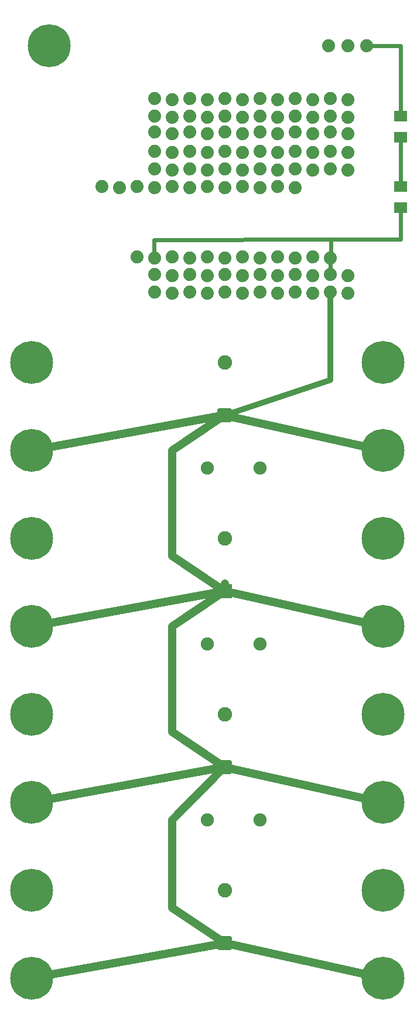
<source format=gtl>
G04 MADE WITH FRITZING*
G04 WWW.FRITZING.ORG*
G04 DOUBLE SIDED*
G04 HOLES PLATED*
G04 CONTOUR ON CENTER OF CONTOUR VECTOR*
%ASAXBY*%
%FSLAX23Y23*%
%MOIN*%
%OFA0B0*%
%SFA1.0B1.0*%
%ADD10C,0.075000*%
%ADD11C,0.082000*%
%ADD12C,0.244000*%
%ADD13C,0.074000*%
%ADD14R,0.082000X0.082000*%
%ADD15R,0.074803X0.062992*%
%ADD16C,0.024000*%
%ADD17C,0.032000*%
%ADD18C,0.048000*%
%ADD19C,0.020000*%
%LNCOPPER1*%
G90*
G70*
G54D10*
X1573Y3286D03*
X1273Y3286D03*
X1273Y2286D03*
X1573Y2286D03*
X1273Y1286D03*
X1573Y1286D03*
G54D11*
X1373Y586D03*
X1373Y886D03*
G54D12*
X2273Y1886D03*
X2273Y1886D03*
X373Y5686D03*
X373Y5686D03*
X273Y3386D03*
X273Y3386D03*
X2273Y1386D03*
X2273Y1386D03*
X273Y886D03*
X273Y886D03*
X273Y2886D03*
X273Y2886D03*
X273Y2386D03*
X273Y2386D03*
X273Y3886D03*
X273Y3886D03*
X2273Y3386D03*
X2273Y3386D03*
X2273Y886D03*
X2273Y886D03*
X2273Y2886D03*
X2273Y2886D03*
X273Y1386D03*
X273Y1386D03*
X2273Y3886D03*
X2273Y3886D03*
X273Y1886D03*
X273Y1886D03*
X273Y386D03*
X273Y386D03*
X2273Y386D03*
X2273Y386D03*
G54D11*
X1373Y3586D03*
X1373Y3886D03*
X1373Y1586D03*
X1373Y1886D03*
X1373Y2586D03*
X1373Y2886D03*
G54D13*
X2073Y4278D03*
X1973Y4286D03*
X1873Y4278D03*
X1773Y4286D03*
X1673Y4278D03*
X1573Y4286D03*
X1473Y4278D03*
X1373Y4286D03*
X1273Y4278D03*
X1173Y4286D03*
X1073Y4278D03*
X973Y4286D03*
X2073Y4278D03*
X1973Y4286D03*
X1873Y4278D03*
X1773Y4286D03*
X1673Y4278D03*
X1573Y4286D03*
X1473Y4278D03*
X1373Y4286D03*
X1273Y4278D03*
X1173Y4286D03*
X1073Y4278D03*
X973Y4286D03*
X2073Y5278D03*
X1973Y5286D03*
X1873Y5278D03*
X1773Y5286D03*
X1673Y5278D03*
X1573Y5286D03*
X1473Y5278D03*
X1373Y5286D03*
X1273Y5278D03*
X1173Y5286D03*
X1073Y5278D03*
X973Y5286D03*
X2073Y5278D03*
X1973Y5286D03*
X1873Y5278D03*
X1773Y5286D03*
X1673Y5278D03*
X1573Y5286D03*
X1473Y5278D03*
X1373Y5286D03*
X1273Y5278D03*
X1173Y5286D03*
X1073Y5278D03*
X973Y5286D03*
X2073Y5378D03*
X1973Y5386D03*
X1873Y5378D03*
X1773Y5386D03*
X1673Y5378D03*
X1573Y5386D03*
X1473Y5378D03*
X1373Y5386D03*
X1273Y5378D03*
X1173Y5386D03*
X1073Y5378D03*
X973Y5386D03*
X2073Y5378D03*
X1973Y5386D03*
X1873Y5378D03*
X1773Y5386D03*
X1673Y5378D03*
X1573Y5386D03*
X1473Y5378D03*
X1373Y5386D03*
X1273Y5378D03*
X1173Y5386D03*
X1073Y5378D03*
X973Y5386D03*
X973Y5194D03*
X1073Y5186D03*
X1173Y5194D03*
X1273Y5186D03*
X1373Y5194D03*
X1473Y5186D03*
X1573Y5194D03*
X1673Y5186D03*
X1773Y5194D03*
X1873Y5186D03*
X1973Y5194D03*
X2073Y5186D03*
X973Y5194D03*
X1073Y5186D03*
X1173Y5194D03*
X1273Y5186D03*
X1373Y5194D03*
X1473Y5186D03*
X1573Y5194D03*
X1673Y5186D03*
X1773Y5194D03*
X1873Y5186D03*
X1973Y5194D03*
X2073Y5186D03*
X2073Y5078D03*
X1973Y5086D03*
X1873Y5078D03*
X1773Y5086D03*
X1673Y5078D03*
X1573Y5086D03*
X1473Y5078D03*
X1373Y5086D03*
X1273Y5078D03*
X1173Y5086D03*
X1073Y5078D03*
X973Y5086D03*
X2073Y5078D03*
X1973Y5086D03*
X1873Y5078D03*
X1773Y5086D03*
X1673Y5078D03*
X1573Y5086D03*
X1473Y5078D03*
X1373Y5086D03*
X1273Y5078D03*
X1173Y5086D03*
X1073Y5078D03*
X973Y5086D03*
X2073Y4978D03*
X1973Y4986D03*
X1873Y4978D03*
X1773Y4986D03*
X1673Y4978D03*
X1573Y4986D03*
X1473Y4978D03*
X1373Y4986D03*
X1273Y4978D03*
X1173Y4986D03*
X1073Y4978D03*
X973Y4986D03*
X2073Y4978D03*
X1973Y4986D03*
X1873Y4978D03*
X1773Y4986D03*
X1673Y4978D03*
X1573Y4986D03*
X1473Y4978D03*
X1373Y4986D03*
X1273Y4978D03*
X1173Y4986D03*
X1073Y4978D03*
X973Y4986D03*
X1773Y4878D03*
X1673Y4886D03*
X1573Y4878D03*
X1473Y4886D03*
X1373Y4878D03*
X1273Y4886D03*
X1173Y4878D03*
X1073Y4886D03*
X973Y4878D03*
X873Y4886D03*
X773Y4878D03*
X673Y4886D03*
X1773Y4878D03*
X1673Y4886D03*
X1573Y4878D03*
X1473Y4886D03*
X1373Y4878D03*
X1273Y4886D03*
X1173Y4878D03*
X1073Y4886D03*
X973Y4878D03*
X873Y4886D03*
X773Y4878D03*
X673Y4886D03*
X2073Y4378D03*
X1973Y4386D03*
X1873Y4378D03*
X1773Y4386D03*
X1673Y4378D03*
X1573Y4386D03*
X1473Y4378D03*
X1373Y4386D03*
X1273Y4378D03*
X1173Y4386D03*
X1073Y4378D03*
X973Y4386D03*
X2073Y4378D03*
X1973Y4386D03*
X1873Y4378D03*
X1773Y4386D03*
X1673Y4378D03*
X1573Y4386D03*
X1473Y4378D03*
X1373Y4386D03*
X1273Y4378D03*
X1173Y4386D03*
X1073Y4378D03*
X973Y4386D03*
X1973Y4478D03*
X1873Y4486D03*
X1773Y4478D03*
X1673Y4486D03*
X1573Y4478D03*
X1473Y4486D03*
X1373Y4478D03*
X1273Y4486D03*
X1173Y4478D03*
X1073Y4486D03*
X973Y4478D03*
X873Y4486D03*
X1973Y4478D03*
X1873Y4486D03*
X1773Y4478D03*
X1673Y4486D03*
X1573Y4478D03*
X1473Y4486D03*
X1373Y4478D03*
X1273Y4486D03*
X1173Y4478D03*
X1073Y4486D03*
X973Y4478D03*
X873Y4486D03*
G54D12*
X2273Y2386D03*
X2273Y2386D03*
G54D13*
X1966Y5686D03*
X2073Y5686D03*
X2180Y5686D03*
X1966Y5686D03*
X2073Y5686D03*
X2180Y5686D03*
G54D14*
X1373Y2586D03*
G54D15*
X2373Y5164D03*
X2373Y5286D03*
X2373Y4764D03*
X2373Y4886D03*
G54D16*
X971Y4583D02*
X1977Y4586D01*
D02*
X972Y4506D02*
X971Y4583D01*
D02*
X1977Y4586D02*
X1974Y4414D01*
G54D17*
D02*
X1973Y3986D02*
X1973Y4286D01*
D02*
X1973Y3786D02*
X1973Y3986D01*
D02*
X1404Y3596D02*
X1973Y3786D01*
G54D18*
D02*
X1415Y3577D02*
X2178Y3407D01*
D02*
X1331Y3578D02*
X369Y3403D01*
D02*
X1337Y2610D02*
X1073Y2786D01*
D02*
X1073Y3386D02*
X1337Y3562D01*
D02*
X1073Y2786D02*
X1073Y3386D01*
D02*
X369Y2403D02*
X1331Y2578D01*
D02*
X2178Y2407D02*
X1373Y2586D01*
D02*
X1373Y2586D02*
X1373Y2629D01*
D02*
X1073Y2386D02*
X1073Y1786D01*
D02*
X1073Y1786D02*
X1337Y1610D01*
D02*
X1337Y2562D02*
X1073Y2386D01*
D02*
X1415Y1577D02*
X2178Y1407D01*
D02*
X369Y1403D02*
X1331Y1578D01*
D02*
X1341Y580D02*
X358Y401D01*
D02*
X2189Y405D02*
X1404Y579D01*
D02*
X1073Y786D02*
X1073Y1286D01*
D02*
X1073Y1286D02*
X1342Y1555D01*
D02*
X1346Y604D02*
X1073Y786D01*
G54D16*
D02*
X2073Y4586D02*
X2373Y4586D01*
D02*
X2373Y4586D02*
X2373Y4738D01*
D02*
X1977Y4586D02*
X2073Y4586D01*
D02*
X2373Y4912D02*
X2373Y5138D01*
D02*
X2211Y5686D02*
X2373Y5686D01*
D02*
X2373Y5686D02*
X2373Y5312D01*
G54D19*
X1342Y617D02*
X1404Y617D01*
X1404Y555D01*
X1342Y555D01*
X1342Y617D01*
D02*
X1342Y3617D02*
X1404Y3617D01*
X1404Y3555D01*
X1342Y3555D01*
X1342Y3617D01*
D02*
X1342Y1617D02*
X1404Y1617D01*
X1404Y1555D01*
X1342Y1555D01*
X1342Y1617D01*
D02*
G04 End of Copper1*
M02*
</source>
